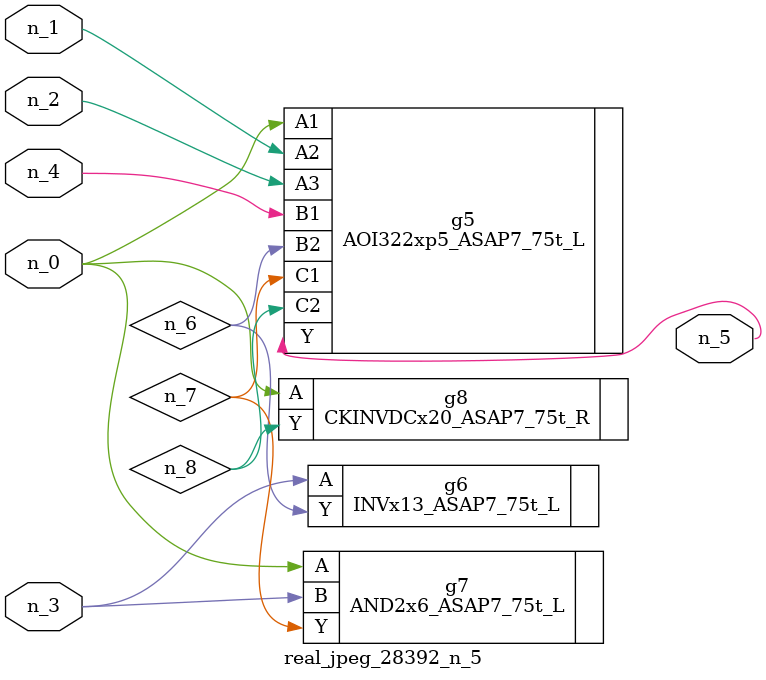
<source format=v>
module real_jpeg_28392_n_5 (n_4, n_0, n_1, n_2, n_3, n_5);

input n_4;
input n_0;
input n_1;
input n_2;
input n_3;

output n_5;

wire n_8;
wire n_6;
wire n_7;

AOI322xp5_ASAP7_75t_L g5 ( 
.A1(n_0),
.A2(n_1),
.A3(n_2),
.B1(n_4),
.B2(n_6),
.C1(n_7),
.C2(n_8),
.Y(n_5)
);

AND2x6_ASAP7_75t_L g7 ( 
.A(n_0),
.B(n_3),
.Y(n_7)
);

CKINVDCx20_ASAP7_75t_R g8 ( 
.A(n_0),
.Y(n_8)
);

INVx13_ASAP7_75t_L g6 ( 
.A(n_3),
.Y(n_6)
);


endmodule
</source>
